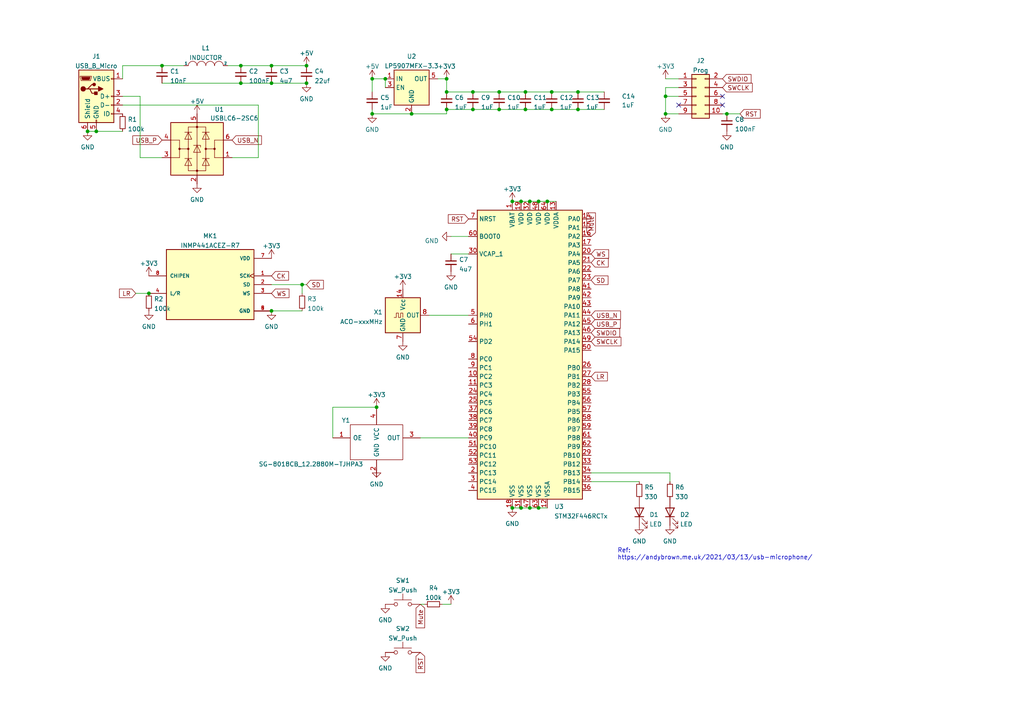
<source format=kicad_sch>
(kicad_sch (version 20211123) (generator eeschema)
  (paper "A4")
  (lib_symbols
    (symbol "Connector:USB_B_Micro" (pin_names (offset 1.016))
      (property "Reference" "J" (at -5.08 11.43 0))
      (property "Value" "USB_B_Micro" (at -5.08 8.89 0))
      (symbol "USB_B_Micro_0_1"
        (rectangle (start -5.08 -7.62) (end 5.08 7.62) (stroke (width 0.254)) (fill (type background)))
        (circle (center -3.81 2.159) (radius 0.635) (stroke (width 0.254)) (fill (type outline)))
        (circle (center -0.635 3.429) (radius 0.381) (stroke (width 0.254)) (fill (type outline)))
        (rectangle (start -0.127 -7.62) (end 0.127 -6.858))
        (polyline (pts (xy -1.905 2.159) (xy 0.635 2.159)) (stroke (width 0.254)))
        (polyline (pts (xy -3.175 2.159) (xy -2.54 2.159) (xy -1.27 3.429) (xy -0.635 3.429)) (stroke (width 0.254)))
        (polyline (pts (xy -2.54 2.159) (xy -1.905 2.159) (xy -1.27 0.889) (xy 0 0.889)) (stroke (width 0.254)))
        (polyline (pts (xy 0.635 2.794) (xy 0.635 1.524) (xy 1.905 2.159) (xy 0.635 2.794)) (stroke (width 0.254)) (fill (type outline)))
        (polyline (pts (xy -4.318 5.588) (xy -1.778 5.588) (xy -2.032 4.826) (xy -4.064 4.826) (xy -4.318 5.588)) (fill (type outline)))
        (polyline (pts (xy -4.699 5.842) (xy -4.699 5.588) (xy -4.445 4.826) (xy -4.445 4.572) (xy -1.651 4.572) (xy -1.651 4.826) (xy -1.397 5.588) (xy -1.397 5.842) (xy -4.699 5.842)))
        (rectangle (start 0.254 1.27) (end -0.508 0.508) (stroke (width 0.254)) (fill (type outline)))
        (rectangle (start 5.08 -5.207) (end 4.318 -4.953))
        (rectangle (start 5.08 -2.667) (end 4.318 -2.413))
        (rectangle (start 5.08 -0.127) (end 4.318 0.127))
        (rectangle (start 5.08 4.953) (end 4.318 5.207))
      )
      (symbol "USB_B_Micro_1_1"
        (pin power_out line (at 7.62 5.08 180) (length 2.54) (name "VBUS") (number "1"))
        (pin bidirectional line (at 7.62 -2.54 180) (length 2.54) (name "D-") (number "2"))
        (pin bidirectional line (at 7.62 0 180) (length 2.54) (name "D+") (number "3"))
        (pin passive line (at 7.62 -5.08 180) (length 2.54) (name "ID") (number "4"))
        (pin power_out line (at 0 -10.16 90) (length 2.54) (name "GND") (number "5"))
        (pin passive line (at -2.54 -10.16 90) (length 2.54) (name "Shield") (number "6"))
      )
    )
    (symbol "Connector_Generic:Conn_02x05_Odd_Even" (pin_names (offset 1.016) hide)
      (property "Reference" "J" (at 1.27 7.62 0))
      (property "Value" "Conn_02x05_Odd_Even" (at 1.27 -7.62 0))
      (symbol "Conn_02x05_Odd_Even_1_1"
        (rectangle (start -1.27 -4.953) (end 0 -5.207) (stroke (width 0.1524)))
        (rectangle (start -1.27 -2.413) (end 0 -2.667) (stroke (width 0.1524)))
        (rectangle (start -1.27 0.127) (end 0 -0.127) (stroke (width 0.1524)))
        (rectangle (start -1.27 2.667) (end 0 2.413) (stroke (width 0.1524)))
        (rectangle (start -1.27 5.207) (end 0 4.953) (stroke (width 0.1524)))
        (rectangle (start -1.27 6.35) (end 3.81 -6.35) (stroke (width 0.254)) (fill (type background)))
        (rectangle (start 3.81 -4.953) (end 2.54 -5.207) (stroke (width 0.1524)))
        (rectangle (start 3.81 -2.413) (end 2.54 -2.667) (stroke (width 0.1524)))
        (rectangle (start 3.81 0.127) (end 2.54 -0.127) (stroke (width 0.1524)))
        (rectangle (start 3.81 2.667) (end 2.54 2.413) (stroke (width 0.1524)))
        (rectangle (start 3.81 5.207) (end 2.54 4.953) (stroke (width 0.1524)))
        (pin passive line (at -5.08 5.08 0) (length 3.81) (name "Pin_1") (number "1"))
        (pin passive line (at 7.62 -5.08 180) (length 3.81) (name "Pin_10") (number "10"))
        (pin passive line (at 7.62 5.08 180) (length 3.81) (name "Pin_2") (number "2"))
        (pin passive line (at -5.08 2.54 0) (length 3.81) (name "Pin_3") (number "3"))
        (pin passive line (at 7.62 2.54 180) (length 3.81) (name "Pin_4") (number "4"))
        (pin passive line (at -5.08 0 0) (length 3.81) (name "Pin_5") (number "5"))
        (pin passive line (at 7.62 0 180) (length 3.81) (name "Pin_6") (number "6"))
        (pin passive line (at -5.08 -2.54 0) (length 3.81) (name "Pin_7") (number "7"))
        (pin passive line (at 7.62 -2.54 180) (length 3.81) (name "Pin_8") (number "8"))
        (pin passive line (at -5.08 -5.08 0) (length 3.81) (name "Pin_9") (number "9"))
      )
    )
    (symbol "Device:C_Small" (pin_numbers hide) (pin_names (offset 0.254) hide)
      (property "Reference" "C" (at 0.254 1.778 0))
      (property "Value" "C_Small" (at 0.254 -2.032 0))
      (symbol "C_Small_0_1"
        (polyline (pts (xy -1.524 -0.508) (xy 1.524 -0.508)) (stroke (width 0.3302)))
        (polyline (pts (xy -1.524 0.508) (xy 1.524 0.508)) (stroke (width 0.3048)))
      )
      (symbol "C_Small_1_1"
        (pin passive line (at 0 2.54 270) (length 2.032) (name "~") (number "1"))
        (pin passive line (at 0 -2.54 90) (length 2.032) (name "~") (number "2"))
      )
    )
    (symbol "Device:LED" (pin_numbers hide) (pin_names (offset 1.016) hide)
      (property "Reference" "D" (at 0 2.54 0))
      (property "Value" "LED" (at 0 -2.54 0))
      (symbol "LED_0_1"
        (polyline (pts (xy -1.27 -1.27) (xy -1.27 1.27)) (stroke (width 0.254)))
        (polyline (pts (xy -1.27 0) (xy 1.27 0)))
        (polyline (pts (xy 1.27 -1.27) (xy 1.27 1.27) (xy -1.27 0) (xy 1.27 -1.27)) (stroke (width 0.254)))
        (polyline (pts (xy -3.048 -0.762) (xy -4.572 -2.286) (xy -3.81 -2.286) (xy -4.572 -2.286) (xy -4.572 -1.524)))
        (polyline (pts (xy -1.778 -0.762) (xy -3.302 -2.286) (xy -2.54 -2.286) (xy -3.302 -2.286) (xy -3.302 -1.524)))
      )
      (symbol "LED_1_1"
        (pin passive line (at -3.81 0 0) (length 2.54) (name "K") (number "1"))
        (pin passive line (at 3.81 0 180) (length 2.54) (name "A") (number "2"))
      )
    )
    (symbol "Device:R_Small" (pin_numbers hide) (pin_names (offset 0.254) hide)
      (property "Reference" "R" (at 0.762 0.508 0))
      (property "Value" "R_Small" (at 0.762 -1.016 0))
      (symbol "R_Small_0_1"
        (rectangle (start -0.762 1.778) (end 0.762 -1.778) (stroke (width 0.2032)))
      )
      (symbol "R_Small_1_1"
        (pin passive line (at 0 2.54 270) (length 0.762) (name "~") (number "1"))
        (pin passive line (at 0 -2.54 90) (length 0.762) (name "~") (number "2"))
      )
    )
    (symbol "INMP441ACEZ-R7:INMP441ACEZ-R7" (pin_names (offset 1.016))
      (property "Reference" "MK" (at -12.7 10.795 0))
      (property "Value" "INMP441ACEZ-R7" (at -12.7 -12.7 0))
      (symbol "INMP441ACEZ-R7_0_0"
        (rectangle (start -12.7 -10.16) (end 12.7 10.16) (stroke (width 0.254)) (fill (type background)))
        (pin input clock (at 17.78 2.54 180) (length 5.08) (name "SCK") (number "1"))
        (pin output line (at 17.78 0 180) (length 5.08) (name "SD") (number "2"))
        (pin input line (at 17.78 -2.54 180) (length 5.08) (name "WS") (number "3"))
        (pin input line (at -17.78 -2.54 0) (length 5.08) (name "L/R") (number "4"))
        (pin power_in line (at 17.78 -7.62 180) (length 5.08) (name "GND") (number "5"))
        (pin power_in line (at 17.78 -7.62 180) (length 5.08) (name "GND") (number "6"))
        (pin power_in line (at 17.78 7.62 180) (length 5.08) (name "VDD") (number "7"))
        (pin input line (at -17.78 2.54 0) (length 5.08) (name "CHIPEN") (number "8"))
        (pin power_in line (at 17.78 -7.62 180) (length 5.08) (name "GND") (number "9"))
      )
    )
    (symbol "MCU_ST_STM32F4:STM32F446RCTx"
      (property "Reference" "U" (at -15.24 41.91 0))
      (property "Value" "STM32F446RCTx" (at 10.16 41.91 0))
      (symbol "STM32F446RCTx_0_1"
        (rectangle (start -15.24 -43.18) (end 15.24 40.64) (stroke (width 0.254)) (fill (type background)))
      )
      (symbol "STM32F446RCTx_1_1"
        (pin power_in line (at -5.08 43.18 270) (length 2.54) (name "VBAT") (number "1"))
        (pin bidirectional line (at -17.78 -7.62 0) (length 2.54) (name "PC2") (number "10"))
        (pin bidirectional line (at -17.78 -10.16 0) (length 2.54) (name "PC3") (number "11"))
        (pin power_in line (at 5.08 -45.72 90) (length 2.54) (name "VSSA") (number "12"))
        (pin power_in line (at 7.62 43.18 270) (length 2.54) (name "VDDA") (number "13"))
        (pin bidirectional line (at 17.78 38.1 180) (length 2.54) (name "PA0") (number "14"))
        (pin bidirectional line (at 17.78 35.56 180) (length 2.54) (name "PA1") (number "15"))
        (pin bidirectional line (at 17.78 33.02 180) (length 2.54) (name "PA2") (number "16"))
        (pin bidirectional line (at 17.78 30.48 180) (length 2.54) (name "PA3") (number "17"))
        (pin power_in line (at -5.08 -45.72 90) (length 2.54) (name "VSS") (number "18"))
        (pin power_in line (at -2.54 43.18 270) (length 2.54) (name "VDD") (number "19"))
        (pin bidirectional line (at -17.78 -35.56 0) (length 2.54) (name "PC13") (number "2"))
        (pin bidirectional line (at 17.78 27.94 180) (length 2.54) (name "PA4") (number "20"))
        (pin bidirectional line (at 17.78 25.4 180) (length 2.54) (name "PA5") (number "21"))
        (pin bidirectional line (at 17.78 22.86 180) (length 2.54) (name "PA6") (number "22"))
        (pin bidirectional line (at 17.78 20.32 180) (length 2.54) (name "PA7") (number "23"))
        (pin bidirectional line (at -17.78 -12.7 0) (length 2.54) (name "PC4") (number "24"))
        (pin bidirectional line (at -17.78 -15.24 0) (length 2.54) (name "PC5") (number "25"))
        (pin bidirectional line (at 17.78 -5.08 180) (length 2.54) (name "PB0") (number "26"))
        (pin bidirectional line (at 17.78 -7.62 180) (length 2.54) (name "PB1") (number "27"))
        (pin bidirectional line (at 17.78 -10.16 180) (length 2.54) (name "PB2") (number "28"))
        (pin bidirectional line (at 17.78 -30.48 180) (length 2.54) (name "PB10") (number "29"))
        (pin bidirectional line (at -17.78 -38.1 0) (length 2.54) (name "PC14") (number "3"))
        (pin power_in line (at -17.78 27.94 0) (length 2.54) (name "VCAP_1") (number "30"))
        (pin power_in line (at -2.54 -45.72 90) (length 2.54) (name "VSS") (number "31"))
        (pin power_in line (at 0 43.18 270) (length 2.54) (name "VDD") (number "32"))
        (pin bidirectional line (at 17.78 -33.02 180) (length 2.54) (name "PB12") (number "33"))
        (pin bidirectional line (at 17.78 -35.56 180) (length 2.54) (name "PB13") (number "34"))
        (pin bidirectional line (at 17.78 -38.1 180) (length 2.54) (name "PB14") (number "35"))
        (pin bidirectional line (at 17.78 -40.64 180) (length 2.54) (name "PB15") (number "36"))
        (pin bidirectional line (at -17.78 -17.78 0) (length 2.54) (name "PC6") (number "37"))
        (pin bidirectional line (at -17.78 -20.32 0) (length 2.54) (name "PC7") (number "38"))
        (pin bidirectional line (at -17.78 -22.86 0) (length 2.54) (name "PC8") (number "39"))
        (pin bidirectional line (at -17.78 -40.64 0) (length 2.54) (name "PC15") (number "4"))
        (pin bidirectional line (at -17.78 -25.4 0) (length 2.54) (name "PC9") (number "40"))
        (pin bidirectional line (at 17.78 17.78 180) (length 2.54) (name "PA8") (number "41"))
        (pin bidirectional line (at 17.78 15.24 180) (length 2.54) (name "PA9") (number "42"))
        (pin bidirectional line (at 17.78 12.7 180) (length 2.54) (name "PA10") (number "43"))
        (pin bidirectional line (at 17.78 10.16 180) (length 2.54) (name "PA11") (number "44"))
        (pin bidirectional line (at 17.78 7.62 180) (length 2.54) (name "PA12") (number "45"))
        (pin bidirectional line (at 17.78 5.08 180) (length 2.54) (name "PA13") (number "46"))
        (pin power_in line (at 0 -45.72 90) (length 2.54) (name "VSS") (number "47"))
        (pin power_in line (at 2.54 43.18 270) (length 2.54) (name "VDD") (number "48"))
        (pin bidirectional line (at 17.78 2.54 180) (length 2.54) (name "PA14") (number "49"))
        (pin input line (at -17.78 10.16 0) (length 2.54) (name "PH0") (number "5"))
        (pin bidirectional line (at 17.78 0 180) (length 2.54) (name "PA15") (number "50"))
        (pin bidirectional line (at -17.78 -27.94 0) (length 2.54) (name "PC10") (number "51"))
        (pin bidirectional line (at -17.78 -30.48 0) (length 2.54) (name "PC11") (number "52"))
        (pin bidirectional line (at -17.78 -33.02 0) (length 2.54) (name "PC12") (number "53"))
        (pin bidirectional line (at -17.78 2.54 0) (length 2.54) (name "PD2") (number "54"))
        (pin bidirectional line (at 17.78 -12.7 180) (length 2.54) (name "PB3") (number "55"))
        (pin bidirectional line (at 17.78 -15.24 180) (length 2.54) (name "PB4") (number "56"))
        (pin bidirectional line (at 17.78 -17.78 180) (length 2.54) (name "PB5") (number "57"))
        (pin bidirectional line (at 17.78 -20.32 180) (length 2.54) (name "PB6") (number "58"))
        (pin bidirectional line (at 17.78 -22.86 180) (length 2.54) (name "PB7") (number "59"))
        (pin input line (at -17.78 7.62 0) (length 2.54) (name "PH1") (number "6"))
        (pin input line (at -17.78 33.02 0) (length 2.54) (name "BOOT0") (number "60"))
        (pin bidirectional line (at 17.78 -25.4 180) (length 2.54) (name "PB8") (number "61"))
        (pin bidirectional line (at 17.78 -27.94 180) (length 2.54) (name "PB9") (number "62"))
        (pin power_in line (at 2.54 -45.72 90) (length 2.54) (name "VSS") (number "63"))
        (pin power_in line (at 5.08 43.18 270) (length 2.54) (name "VDD") (number "64"))
        (pin input line (at -17.78 38.1 0) (length 2.54) (name "NRST") (number "7"))
        (pin bidirectional line (at -17.78 -2.54 0) (length 2.54) (name "PC0") (number "8"))
        (pin bidirectional line (at -17.78 -5.08 0) (length 2.54) (name "PC1") (number "9"))
      )
    )
    (symbol "Oscillator:ACO-xxxMHz" (pin_names (offset 0.254))
      (property "Reference" "X" (at -5.08 6.35 0))
      (property "Value" "ACO-xxxMHz" (at 1.27 -6.35 0))
      (symbol "ACO-xxxMHz_0_1"
        (rectangle (start -5.08 5.08) (end 5.08 -5.08) (stroke (width 0.254)) (fill (type background)))
        (polyline (pts (xy -2.54 -0.635) (xy -1.905 -0.635) (xy -1.905 0.635) (xy -1.27 0.635) (xy -1.27 -0.635) (xy -0.635 -0.635) (xy -0.635 0.635) (xy 0 0.635) (xy 0 -0.635)))
      )
      (symbol "ACO-xxxMHz_1_1"
        (pin no_connect line (at -7.62 0 0) (length 2.54) hide (name "NC") (number "1"))
        (pin power_in line (at 0 7.62 270) (length 2.54) (name "Vcc") (number "14"))
        (pin power_in line (at 0 -7.62 90) (length 2.54) (name "GND") (number "7"))
        (pin output line (at 7.62 0 180) (length 2.54) (name "OUT") (number "8"))
      )
    )
    (symbol "Power_Protection:USBLC6-2SC6" (pin_names hide)
      (property "Reference" "U" (at 2.54 8.89 0))
      (property "Value" "USBLC6-2SC6" (at 2.54 -8.89 0))
      (symbol "USBLC6-2SC6_0_1"
        (rectangle (start -7.62 -7.62) (end 7.62 7.62) (stroke (width 0.254)) (fill (type background)))
        (circle (center -5.08 0) (radius 0.254) (fill (type outline)))
        (circle (center -2.54 0) (radius 0.254) (fill (type outline)))
        (rectangle (start -2.54 6.35) (end 2.54 -6.35))
        (circle (center 0 -6.35) (radius 0.254) (fill (type outline)))
        (polyline (pts (xy -5.08 -2.54) (xy -7.62 -2.54)))
        (polyline (pts (xy -5.08 0) (xy -5.08 -2.54)))
        (polyline (pts (xy -5.08 2.54) (xy -7.62 2.54)))
        (polyline (pts (xy -1.524 -2.794) (xy -3.556 -2.794)))
        (polyline (pts (xy -1.524 4.826) (xy -3.556 4.826)))
        (polyline (pts (xy 0 -7.62) (xy 0 -6.35)))
        (polyline (pts (xy 0 -6.35) (xy 0 1.27)))
        (polyline (pts (xy 0 1.27) (xy 0 6.35)))
        (polyline (pts (xy 0 6.35) (xy 0 7.62)))
        (polyline (pts (xy 1.524 -2.794) (xy 3.556 -2.794)))
        (polyline (pts (xy 1.524 4.826) (xy 3.556 4.826)))
        (polyline (pts (xy 5.08 -2.54) (xy 7.62 -2.54)))
        (polyline (pts (xy 5.08 0) (xy 5.08 -2.54)))
        (polyline (pts (xy 5.08 2.54) (xy 7.62 2.54)))
        (polyline (pts (xy -2.54 0) (xy -5.08 0) (xy -5.08 2.54)))
        (polyline (pts (xy 2.54 0) (xy 5.08 0) (xy 5.08 2.54)))
        (polyline (pts (xy -3.556 -4.826) (xy -1.524 -4.826) (xy -2.54 -2.794) (xy -3.556 -4.826)))
        (polyline (pts (xy -3.556 2.794) (xy -1.524 2.794) (xy -2.54 4.826) (xy -3.556 2.794)))
        (polyline (pts (xy -1.016 -1.016) (xy 1.016 -1.016) (xy 0 1.016) (xy -1.016 -1.016)))
        (polyline (pts (xy 1.016 1.016) (xy 0.762 1.016) (xy -1.016 1.016) (xy -1.016 0.508)))
        (polyline (pts (xy 3.556 -4.826) (xy 1.524 -4.826) (xy 2.54 -2.794) (xy 3.556 -4.826)))
        (polyline (pts (xy 3.556 2.794) (xy 1.524 2.794) (xy 2.54 4.826) (xy 3.556 2.794)))
        (circle (center 0 6.35) (radius 0.254) (fill (type outline)))
        (circle (center 2.54 0) (radius 0.254) (fill (type outline)))
        (circle (center 5.08 0) (radius 0.254) (fill (type outline)))
      )
      (symbol "USBLC6-2SC6_1_1"
        (pin passive line (at -10.16 -2.54 0) (length 2.54) (name "I/O1") (number "1"))
        (pin passive line (at 0 -10.16 90) (length 2.54) (name "GND") (number "2"))
        (pin passive line (at 10.16 -2.54 180) (length 2.54) (name "I/O2") (number "3"))
        (pin passive line (at 10.16 2.54 180) (length 2.54) (name "I/O2") (number "4"))
        (pin passive line (at 0 10.16 270) (length 2.54) (name "VBUS") (number "5"))
        (pin passive line (at -10.16 2.54 0) (length 2.54) (name "I/O1") (number "6"))
      )
    )
    (symbol "Regulator_Linear:LP5907MFX-3.3"
      (property "Reference" "U" (at -3.81 6.35 0))
      (property "Value" "LP5907MFX-3.3" (at 6.35 6.35 0))
      (symbol "LP5907MFX-3.3_0_1"
        (rectangle (start -5.08 -5.08) (end 5.08 5.08) (stroke (width 0.254)) (fill (type background)))
        (pin power_in line (at -7.62 2.54 0) (length 2.54) (name "IN") (number "1"))
        (pin power_in line (at 0 -7.62 90) (length 2.54) (name "GND") (number "2"))
        (pin input line (at -7.62 0 0) (length 2.54) (name "EN") (number "3"))
        (pin no_connect line (at 5.08 0 180) (length 2.54) hide (name "NC") (number "4"))
        (pin power_out line (at 7.62 2.54 180) (length 2.54) (name "OUT") (number "5"))
      )
    )
    (symbol "SamacSys_Parts:SG-8018CB_12.2880M-TJHPA3" (pin_names (offset 0.762))
      (property "Reference" "Y" (at 21.59 7.62 0))
      (property "Value" "SG-8018CB_12.2880M-TJHPA3" (at 21.59 5.08 0))
      (symbol "SG-8018CB_12.2880M-TJHPA3_0_0"
        (pin passive line (at 0 -1.27 0) (length 5.08) (name "OE") (number "1"))
        (pin passive line (at 12.7 -12.7 90) (length 5.08) (name "GND") (number "2"))
        (pin passive line (at 25.4 -1.27 180) (length 5.08) (name "OUT") (number "3"))
        (pin passive line (at 12.7 7.62 270) (length 5.08) (name "VCC") (number "4"))
      )
      (symbol "SG-8018CB_12.2880M-TJHPA3_0_1"
        (rectangle (start 5.08 2.54) (end 20.32 -7.62) (stroke (width 0.1524)))
      )
    )
    (symbol "Switch:SW_Push" (pin_numbers hide) (pin_names (offset 1.016) hide)
      (property "Reference" "SW" (at 1.27 2.54 0))
      (property "Value" "SW_Push" (at 0 -1.524 0))
      (symbol "SW_Push_0_1"
        (circle (center -2.032 0) (radius 0.508))
        (polyline (pts (xy 0 1.27) (xy 0 3.048)))
        (polyline (pts (xy 2.54 1.27) (xy -2.54 1.27)))
        (circle (center 2.032 0) (radius 0.508))
        (pin passive line (at -5.08 0 0) (length 2.54) (name "1") (number "1"))
        (pin passive line (at 5.08 0 180) (length 2.54) (name "2") (number "2"))
      )
    )
    (symbol "power:+3.3V" (power) (pin_names (offset 0))
      (property "Value" "+3.3V" (at 0 3.556 0))
      (symbol "+3.3V_0_1"
        (polyline (pts (xy -0.762 1.27) (xy 0 2.54)))
        (polyline (pts (xy 0 0) (xy 0 2.54)))
        (polyline (pts (xy 0 2.54) (xy 0.762 1.27)))
      )
      (symbol "+3.3V_1_1"
        (pin power_in line (at 0 0 90) (length 0) hide (name "+3V3") (number "1"))
      )
    )
    (symbol "power:+5V" (power) (pin_names (offset 0))
      (property "Value" "+5V" (at 0 3.556 0))
      (symbol "+5V_0_1"
        (polyline (pts (xy -0.762 1.27) (xy 0 2.54)))
        (polyline (pts (xy 0 0) (xy 0 2.54)))
        (polyline (pts (xy 0 2.54) (xy 0.762 1.27)))
      )
      (symbol "+5V_1_1"
        (pin power_in line (at 0 0 90) (length 0) hide (name "+5V") (number "1"))
      )
    )
    (symbol "power:GND" (power) (pin_names (offset 0))
      (property "Value" "GND" (at 0 -3.81 0))
      (symbol "GND_0_1"
        (polyline (pts (xy 0 0) (xy 0 -1.27) (xy 1.27 -1.27) (xy 0 -2.54) (xy -1.27 -1.27) (xy 0 -1.27)))
      )
      (symbol "GND_1_1"
        (pin power_in line (at 0 0 270) (length 0) hide (name "GND") (number "1"))
      )
    )
    (symbol "pspice:INDUCTOR" (pin_numbers hide) (pin_names (offset 0))
      (property "Reference" "L" (at 0 2.54 0))
      (property "Value" "INDUCTOR" (at 0 -1.27 0))
      (symbol "INDUCTOR_0_1"
        (arc (start -2.54 0) (mid -3.81 1.27) (end -5.08 0))
        (arc (start 0 0) (mid -1.27 1.27) (end -2.54 0))
        (arc (start 2.54 0) (mid 1.27 1.27) (end 0 0))
        (arc (start 5.08 0) (mid 3.81 1.27) (end 2.54 0))
      )
      (symbol "INDUCTOR_1_1"
        (pin input line (at -6.35 0 0) (length 1.27) (name "1") (number "1"))
        (pin input line (at 6.35 0 180) (length 1.27) (name "2") (number "2"))
      )
    )
  )
  (junction (at 109.22 118.11))
  (junction (at 160.02 31.75))
  (junction (at 153.67 147.32))
  (junction (at 137.16 31.75))
  (junction (at 148.59 58.42))
  (junction (at 152.4 26.67))
  (junction (at 193.04 33.02))
  (junction (at 151.13 58.42))
  (junction (at 87.63 82.55))
  (junction (at 88.9 24.13))
  (junction (at 129.54 26.67))
  (junction (at 27.94 38.1))
  (junction (at 167.64 26.67))
  (junction (at 129.54 22.86))
  (junction (at 156.21 147.32))
  (junction (at 43.18 85.09))
  (junction (at 160.02 26.67))
  (junction (at 144.78 26.67))
  (junction (at 69.85 19.05))
  (junction (at 148.59 147.32))
  (junction (at 119.38 33.02))
  (junction (at 88.9 19.05))
  (junction (at 153.67 58.42))
  (junction (at 78.74 90.17))
  (junction (at 151.13 147.32))
  (junction (at 78.74 24.13))
  (junction (at 144.78 31.75))
  (junction (at 69.85 24.13))
  (junction (at 156.21 58.42))
  (junction (at 167.64 31.75))
  (junction (at 46.99 19.05))
  (junction (at 25.4 38.1))
  (junction (at 152.4 31.75))
  (junction (at 210.82 33.02))
  (junction (at 158.75 58.42))
  (junction (at 111.76 22.86))
  (junction (at 137.16 26.67))
  (junction (at 107.95 33.02))
  (junction (at 107.95 22.86))
  (junction (at 78.74 19.05))
  (junction (at 129.54 31.75))
  (junction (at 193.04 27.94))
  (no_connect (at 209.55 27.94))
  (no_connect (at 209.55 30.48))
  (no_connect (at 196.85 30.48))
  (wire (pts (xy 129.54 33.02) (xy 119.38 33.02)))
  (wire (pts (xy 193.04 27.94) (xy 193.04 33.02)))
  (wire (pts (xy 87.63 82.55) (xy 88.9 82.55)))
  (wire (pts (xy 107.95 33.02) (xy 107.95 31.75)))
  (wire (pts (xy 39.37 85.09) (xy 43.18 85.09)))
  (wire (pts (xy 69.85 19.05) (xy 78.74 19.05)))
  (wire (pts (xy 66.04 19.05) (xy 69.85 19.05)))
  (wire (pts (xy 40.64 27.94) (xy 40.64 45.72)))
  (wire (pts (xy 78.74 19.05) (xy 88.9 19.05)))
  (wire (pts (xy 124.46 91.44) (xy 135.89 91.44)))
  (wire (pts (xy 107.95 22.86) (xy 111.76 22.86)))
  (wire (pts (xy 130.81 175.26) (xy 128.27 175.26)))
  (wire (pts (xy 193.04 33.02) (xy 196.85 33.02)))
  (wire (pts (xy 35.56 30.48) (xy 74.93 30.48)))
  (wire (pts (xy 74.93 45.72) (xy 67.31 45.72)))
  (wire (pts (xy 167.64 31.75) (xy 175.26 31.75)))
  (wire (pts (xy 46.99 19.05) (xy 53.34 19.05)))
  (wire (pts (xy 78.74 82.55) (xy 87.63 82.55)))
  (wire (pts (xy 193.04 25.4) (xy 193.04 27.94)))
  (wire (pts (xy 171.45 139.7) (xy 185.42 139.7)))
  (wire (pts (xy 153.67 58.42) (xy 156.21 58.42)))
  (wire (pts (xy 210.82 33.02) (xy 214.63 33.02)))
  (wire (pts (xy 129.54 31.75) (xy 129.54 33.02)))
  (wire (pts (xy 148.59 147.32) (xy 151.13 147.32)))
  (wire (pts (xy 35.56 19.05) (xy 35.56 22.86)))
  (wire (pts (xy 193.04 27.94) (xy 196.85 27.94)))
  (wire (pts (xy 137.16 26.67) (xy 144.78 26.67)))
  (wire (pts (xy 96.52 118.11) (xy 109.22 118.11)))
  (wire (pts (xy 78.74 24.13) (xy 88.9 24.13)))
  (wire (pts (xy 153.67 147.32) (xy 156.21 147.32)))
  (wire (pts (xy 209.55 33.02) (xy 210.82 33.02)))
  (wire (pts (xy 129.54 26.67) (xy 137.16 26.67)))
  (wire (pts (xy 160.02 31.75) (xy 167.64 31.75)))
  (wire (pts (xy 107.95 22.86) (xy 107.95 26.67)))
  (wire (pts (xy 151.13 147.32) (xy 153.67 147.32)))
  (wire (pts (xy 156.21 58.42) (xy 158.75 58.42)))
  (wire (pts (xy 46.99 19.05) (xy 35.56 19.05)))
  (wire (pts (xy 137.16 31.75) (xy 144.78 31.75)))
  (wire (pts (xy 130.81 73.66) (xy 135.89 73.66)))
  (wire (pts (xy 27.94 38.1) (xy 35.56 38.1)))
  (wire (pts (xy 152.4 26.67) (xy 160.02 26.67)))
  (wire (pts (xy 78.74 90.17) (xy 87.63 90.17)))
  (wire (pts (xy 123.19 175.26) (xy 121.92 175.26)))
  (wire (pts (xy 144.78 26.67) (xy 152.4 26.67)))
  (wire (pts (xy 111.76 22.86) (xy 111.76 25.4)))
  (wire (pts (xy 25.4 38.1) (xy 27.94 38.1)))
  (wire (pts (xy 40.64 45.72) (xy 46.99 45.72)))
  (wire (pts (xy 96.52 127) (xy 96.52 118.11)))
  (wire (pts (xy 129.54 31.75) (xy 137.16 31.75)))
  (wire (pts (xy 196.85 25.4) (xy 193.04 25.4)))
  (wire (pts (xy 193.04 22.86) (xy 196.85 22.86)))
  (wire (pts (xy 69.85 24.13) (xy 78.74 24.13)))
  (wire (pts (xy 151.13 58.42) (xy 153.67 58.42)))
  (wire (pts (xy 87.63 82.55) (xy 87.63 85.09)))
  (wire (pts (xy 158.75 58.42) (xy 161.29 58.42)))
  (wire (pts (xy 148.59 58.42) (xy 151.13 58.42)))
  (wire (pts (xy 35.56 27.94) (xy 40.64 27.94)))
  (wire (pts (xy 119.38 33.02) (xy 107.95 33.02)))
  (wire (pts (xy 121.92 127) (xy 135.89 127)))
  (wire (pts (xy 46.99 24.13) (xy 69.85 24.13)))
  (wire (pts (xy 129.54 22.86) (xy 127 22.86)))
  (wire (pts (xy 167.64 26.67) (xy 175.26 26.67)))
  (wire (pts (xy 160.02 26.67) (xy 167.64 26.67)))
  (wire (pts (xy 194.31 137.16) (xy 194.31 139.7)))
  (wire (pts (xy 130.81 68.58) (xy 135.89 68.58)))
  (wire (pts (xy 74.93 30.48) (xy 74.93 45.72)))
  (wire (pts (xy 152.4 31.75) (xy 160.02 31.75)))
  (wire (pts (xy 129.54 26.67) (xy 129.54 22.86)))
  (wire (pts (xy 171.45 137.16) (xy 194.31 137.16)))
  (wire (pts (xy 144.78 31.75) (xy 152.4 31.75)))
  (wire (pts (xy 156.21 147.32) (xy 158.75 147.32)))
  (text "Ref:\nhttps://andybrown.me.uk/2021/03/13/usb-microphone/" (at 179.07 162.56 0) (effects (font (size 1.27 1.27)) (justify left bottom)))
  (global_label "Mute" (shape input) (at 121.92 175.26 270) (property "Intersheet References" "${INTERSHEET_REFS}" (effects hide)))
  (global_label "USB_N" (shape input) (at 67.31 40.64 0) (property "Intersheet References" "${INTERSHEET_REFS}" (effects hide)))
  (global_label "SD" (shape input) (at 88.9 82.55 0) (property "Intersheet References" "${INTERSHEET_REFS}" (effects hide)))
  (global_label "CK" (shape input) (at 171.45 76.2 0) (property "Intersheet References" "${INTERSHEET_REFS}" (effects hide)))
  (global_label "LR" (shape input) (at 39.37 85.09 180) (property "Intersheet References" "${INTERSHEET_REFS}" (effects hide)))
  (global_label "LR" (shape input) (at 171.45 109.22 0) (property "Intersheet References" "${INTERSHEET_REFS}" (effects hide)))
  (global_label "WS" (shape input) (at 171.45 73.66 0) (property "Intersheet References" "${INTERSHEET_REFS}" (effects hide)))
  (global_label "SWCLK" (shape input) (at 209.55 25.4 0) (property "Intersheet References" "${INTERSHEET_REFS}" (effects hide)))
  (global_label "CK" (shape input) (at 78.74 80.01 0) (property "Intersheet References" "${INTERSHEET_REFS}" (effects hide)))
  (global_label "Mute" (shape input) (at 171.45 68.58 90) (property "Intersheet References" "${INTERSHEET_REFS}" (effects hide)))
  (global_label "SD" (shape input) (at 171.45 81.28 0) (property "Intersheet References" "${INTERSHEET_REFS}" (effects hide)))
  (global_label "SWCLK" (shape input) (at 171.45 99.06 0) (property "Intersheet References" "${INTERSHEET_REFS}" (effects hide)))
  (global_label "RST" (shape input) (at 121.92 189.23 270) (property "Intersheet References" "${INTERSHEET_REFS}" (effects hide)))
  (global_label "WS" (shape input) (at 78.74 85.09 0) (property "Intersheet References" "${INTERSHEET_REFS}" (effects hide)))
  (global_label "USB_P" (shape input) (at 171.45 93.98 0) (property "Intersheet References" "${INTERSHEET_REFS}" (effects hide)))
  (global_label "USB_P" (shape input) (at 46.99 40.64 180) (property "Intersheet References" "${INTERSHEET_REFS}" (effects hide)))
  (global_label "RST" (shape input) (at 214.63 33.02 0) (property "Intersheet References" "${INTERSHEET_REFS}" (effects hide)))
  (global_label "RST" (shape input) (at 135.89 63.5 180) (property "Intersheet References" "${INTERSHEET_REFS}" (effects hide)))
  (global_label "SWDIO" (shape input) (at 171.45 96.52 0) (property "Intersheet References" "${INTERSHEET_REFS}" (effects hide)))
  (global_label "USB_N" (shape input) (at 171.45 91.44 0) (property "Intersheet References" "${INTERSHEET_REFS}" (effects hide)))
  (global_label "SWDIO" (shape input) (at 209.55 22.86 0) (property "Intersheet References" "${INTERSHEET_REFS}" (effects hide)))
  (symbol (lib_id "Device:R_Small") (at 185.42 142.24 0) (unit 1)
    (property "Reference" "R5" (at 186.9186 141.3315 0) (effects (justify left)))
    (property "Value" "330" (at 186.9186 144.1066 0) (effects (justify left)))
    (property "Footprint" "Resistor_SMD:R_0603_1608Metric" (effects hide))
  )
  (symbol (lib_id "Device:C_Small") (at 152.4 29.21 0) (unit 1)
    (property "Reference" "C11" (at 154.7241 28.3078 0) (effects (justify left)))
    (property "Value" "1uF" (at 154.7241 31.0829 0) (effects (justify left)))
    (property "Footprint" "Capacitor_SMD:C_0603_1608Metric" (effects hide))
  )
  (symbol (lib_id "Device:C_Small") (at 210.82 35.56 0) (unit 1)
    (property "Reference" "C8" (at 213.1441 34.6578 0) (effects (justify left)))
    (property "Value" "100nF" (at 213.1441 37.4329 0) (effects (justify left)))
    (property "Footprint" "Capacitor_SMD:C_0603_1608Metric" (effects hide))
  )
  (symbol (lib_id "power:GND") (at 111.76 189.23 0) (unit 1)
    (property "Reference" "#PWR0120" (effects hide))
    (property "Value" "GND" (at 111.76 193.7925 0))
  )
  (symbol (lib_id "Power_Protection:USBLC6-2SC6") (at 57.15 43.18 0) (mirror y) (unit 1)
    (property "Reference" "U1" (at 62.23 31.75 0) (effects (justify right)))
    (property "Value" "USBLC6-2SC6" (at 60.96 34.29 0) (effects (justify right)))
    (property "Footprint" "Package_TO_SOT_SMD:SOT-23-6" (effects hide))
    (property "Datasheet" "https://www.st.com/resource/en/datasheet/usblc6-2.pdf" (effects hide))
  )
  (symbol (lib_id "power:+3.3V") (at 130.81 175.26 0) (unit 1)
    (property "Reference" "#PWR0121" (effects hide))
    (property "Value" "+3.3V" (at 130.81 171.6555 0))
  )
  (symbol (lib_id "power:GND") (at 148.59 147.32 0) (unit 1)
    (property "Reference" "#PWR0118" (effects hide))
    (property "Value" "GND" (at 148.59 151.8825 0))
  )
  (symbol (lib_id "Device:R_Small") (at 87.63 87.63 0) (unit 1)
    (property "Reference" "R3" (at 89.1286 86.7215 0) (effects (justify left)))
    (property "Value" "100k" (at 89.1286 89.4966 0) (effects (justify left)))
    (property "Footprint" "Resistor_SMD:R_0603_1608Metric" (effects hide))
  )
  (symbol (lib_id "power:+3.3V") (at 116.84 83.82 0) (unit 1)
    (property "Reference" "#PWR0125" (effects hide))
    (property "Value" "+3.3V" (at 116.84 80.2155 0))
  )
  (symbol (lib_id "power:GND") (at 57.15 53.34 0) (unit 1)
    (property "Reference" "#PWR0103" (effects hide))
    (property "Value" "GND" (at 57.15 57.9025 0))
  )
  (symbol (lib_id "Device:C_Small") (at 129.54 29.21 0) (unit 1)
    (property "Reference" "C6" (at 131.8641 28.3078 0) (effects (justify left)))
    (property "Value" "1uF" (at 131.8641 31.0829 0) (effects (justify left)))
    (property "Footprint" "Capacitor_SMD:C_0603_1608Metric" (effects hide))
  )
  (symbol (lib_id "power:GND") (at 185.42 152.4 0) (unit 1)
    (property "Reference" "#PWR0127" (effects hide))
    (property "Value" "GND" (at 185.42 156.9625 0))
  )
  (symbol (lib_id "Device:C_Small") (at 69.85 21.59 0) (unit 1)
    (property "Reference" "C2" (at 72.1741 20.6878 0) (effects (justify left)))
    (property "Value" "100nF" (at 72.1741 23.4629 0) (effects (justify left)))
    (property "Footprint" "Capacitor_SMD:C_0603_1608Metric" (effects hide))
  )
  (symbol (lib_id "power:GND") (at 130.81 78.74 0) (unit 1)
    (property "Reference" "#PWR0116" (effects hide))
    (property "Value" "GND" (at 130.81 83.3025 0))
  )
  (symbol (lib_id "Switch:SW_Push") (at 116.84 189.23 0) (unit 1)
    (property "Reference" "SW2" (at 116.84 182.3425 0))
    (property "Value" "SW_Push" (at 116.84 185.1176 0))
    (property "Footprint" "Button_Switch_SMD:SW_SPST_B3SL-1002P" (effects hide))
  )
  (symbol (lib_id "power:+3.3V") (at 43.18 80.01 0) (unit 1)
    (property "Reference" "#PWR0101" (effects hide))
    (property "Value" "+3.3V" (at 43.18 76.4055 0))
  )
  (symbol (lib_id "power:GND") (at 107.95 33.02 0) (unit 1)
    (property "Reference" "#PWR0126" (effects hide))
    (property "Value" "GND" (at 107.95 37.5825 0))
  )
  (symbol (lib_id "Device:C_Small") (at 130.81 76.2 0) (unit 1)
    (property "Reference" "C7" (at 133.1341 75.2978 0) (effects (justify left)))
    (property "Value" "4u7" (at 133.1341 78.0729 0) (effects (justify left)))
    (property "Footprint" "Capacitor_SMD:C_0603_1608Metric" (effects hide))
  )
  (symbol (lib_id "MCU_ST_STM32F4:STM32F446RCTx") (at 153.67 101.6 0) (unit 1)
    (property "Reference" "U3" (at 160.7694 146.9295 0) (effects (justify left)))
    (property "Value" "STM32F446RCTx" (at 160.7694 149.7046 0) (effects (justify left)))
    (property "Footprint" "Package_QFP:LQFP-64_10x10mm_P0.5mm" (effects hide))
    (property "Datasheet" "http://www.st.com/st-web-ui/static/active/en/resource/technical/document/datasheet/DM00141306.pdf" (effects hide))
  )
  (symbol (lib_id "power:+5V") (at 57.15 33.02 0) (unit 1)
    (property "Reference" "#PWR0104" (effects hide))
    (property "Value" "+5V" (at 57.15 29.4155 0))
  )
  (symbol (lib_id "power:+3.3V") (at 109.22 118.11 0) (unit 1)
    (property "Reference" "#PWR0114" (effects hide))
    (property "Value" "+3.3V" (at 109.22 114.5055 0))
  )
  (symbol (lib_id "power:GND") (at 111.76 175.26 0) (unit 1)
    (property "Reference" "#PWR0119" (effects hide))
    (property "Value" "GND" (at 111.76 179.8225 0))
  )
  (symbol (lib_id "power:GND") (at 194.31 152.4 0) (unit 1)
    (property "Reference" "#PWR0128" (effects hide))
    (property "Value" "GND" (at 194.31 156.9625 0))
  )
  (symbol (lib_id "power:GND") (at 130.81 68.58 270) (unit 1)
    (property "Reference" "#PWR0113" (effects hide))
    (property "Value" "GND" (at 123.19 69.85 90) (effects (justify left)))
  )
  (symbol (lib_id "Device:LED") (at 194.31 148.59 90) (unit 1)
    (property "Reference" "D2" (at 197.231 149.269 90) (effects (justify right)))
    (property "Value" "LED" (at 197.231 152.0441 90) (effects (justify right)))
    (property "Footprint" "LED_SMD:LED_0805_2012Metric" (effects hide))
  )
  (symbol (lib_id "power:GND") (at 25.4 38.1 0) (unit 1)
    (property "Reference" "#PWR0105" (effects hide))
    (property "Value" "GND" (at 25.4 42.6625 0))
  )
  (symbol (lib_id "pspice:INDUCTOR") (at 59.69 19.05 0) (unit 1)
    (property "Reference" "L1" (at 59.69 13.9405 0))
    (property "Value" "INDUCTOR" (at 59.69 16.7156 0))
    (property "Footprint" "Inductor_SMD:L_0805_2012Metric" (effects hide))
  )
  (symbol (lib_id "Connector:USB_B_Micro") (at 27.94 27.94 0) (unit 1)
    (property "Reference" "J1" (at 27.94 16.3535 0))
    (property "Value" "USB_B_Micro" (at 27.94 19.1286 0))
    (property "Footprint" "Connector_USB:USB_Micro-B_Wuerth_629105150521" (effects hide))
  )
  (symbol (lib_id "Device:R_Small") (at 35.56 35.56 0) (unit 1)
    (property "Reference" "R1" (at 37.0586 34.6515 0) (effects (justify left)))
    (property "Value" "100k" (at 37.0586 37.4266 0) (effects (justify left)))
    (property "Footprint" "Resistor_SMD:R_0603_1608Metric" (effects hide))
  )
  (symbol (lib_id "power:GND") (at 109.22 135.89 0) (unit 1)
    (property "Reference" "#PWR0115" (effects hide))
    (property "Value" "GND" (at 109.22 140.4525 0))
  )
  (symbol (lib_id "Device:R_Small") (at 125.73 175.26 90) (unit 1)
    (property "Reference" "R4" (at 125.73 170.5569 90))
    (property "Value" "100k" (at 125.73 173.332 90))
    (property "Footprint" "Resistor_SMD:R_0603_1608Metric" (effects hide))
  )
  (symbol (lib_id "power:GND") (at 210.82 38.1 0) (unit 1)
    (property "Reference" "#PWR0112" (effects hide))
    (property "Value" "GND" (at 210.82 42.6625 0))
  )
  (symbol (lib_id "power:GND") (at 88.9 24.13 0) (unit 1)
    (property "Reference" "#PWR0123" (effects hide))
    (property "Value" "GND" (at 88.9 28.6925 0))
  )
  (symbol (lib_id "Device:C_Small") (at 137.16 29.21 0) (unit 1)
    (property "Reference" "C9" (at 139.4841 28.3078 0) (effects (justify left)))
    (property "Value" "1uF" (at 139.4841 31.0829 0) (effects (justify left)))
    (property "Footprint" "Capacitor_SMD:C_0603_1608Metric" (effects hide))
  )
  (symbol (lib_id "SamacSys_Parts:SG-8018CB_12.2880M-TJHPA3") (at 96.52 125.73 0) (unit 1)
    (property "Reference" "Y1" (at 100.33 121.92 0))
    (property "Value" "SG-8018CB_12.2880M-TJHPA3" (at 90.17 134.62 0))
    (property "Footprint" "SamacSys_Parts:SG8018CB122880MTJHPA3" (effects hide))
    (property "Datasheet" "https://www.mouser.se/datasheet/2/137/SG_8018CA_en-1649548.pdf" (effects hide))
    (property "Description" "Standard Clock Oscillators SG-8018CB 12.2880M-TJHPA3: MHZ OSC 1.8V 3.3V +/-50PPM -40 105C O/E 250TR" (effects hide))
    (property "Height" "1.1" (effects hide))
    (property "Manufacturer_Name" "Epson Timing" (effects hide))
    (property "Manufacturer_Part_Number" "SG-8018CB 12.2880M-TJHPA3" (effects hide))
  )
  (symbol (lib_id "power:GND") (at 193.04 33.02 0) (unit 1)
    (property "Reference" "#PWR0110" (effects hide))
    (property "Value" "GND" (at 193.04 37.5825 0))
  )
  (symbol (lib_id "power:+3.3V") (at 78.74 74.93 0) (unit 1)
    (property "Reference" "#PWR0107" (effects hide))
    (property "Value" "+3.3V" (at 78.74 71.3255 0))
  )
  (symbol (lib_id "power:+5V") (at 107.95 22.86 0) (unit 1)
    (property "Reference" "#PWR0122" (effects hide))
    (property "Value" "+5V" (at 107.95 19.2555 0))
  )
  (symbol (lib_id "Device:C_Small") (at 46.99 21.59 0) (unit 1)
    (property "Reference" "C1" (at 49.3141 20.6878 0) (effects (justify left)))
    (property "Value" "10nF" (at 49.3141 23.4629 0) (effects (justify left)))
    (property "Footprint" "Capacitor_SMD:C_0603_1608Metric" (effects hide))
  )
  (symbol (lib_id "Device:C_Small") (at 160.02 29.21 0) (unit 1)
    (property "Reference" "C12" (at 162.3441 28.3078 0) (effects (justify left)))
    (property "Value" "1uF" (at 162.3441 31.0829 0) (effects (justify left)))
    (property "Footprint" "Capacitor_SMD:C_0603_1608Metric" (effects hide))
  )
  (symbol (lib_id "power:+5V") (at 88.9 19.05 0) (unit 1)
    (property "Reference" "#PWR0124" (effects hide))
    (property "Value" "+5V" (at 88.9 15.4455 0))
  )
  (symbol (lib_id "Oscillator:ACO-xxxMHz") (at 116.84 91.44 0) (unit 1)
    (property "Reference" "X1" (at 110.9981 90.5315 0) (effects (justify right)))
    (property "Value" "ACO-xxxMHz" (at 110.9981 93.3066 0) (effects (justify right)))
    (property "Footprint" "Oscillator:Oscillator_DIP-14" (effects hide))
    (property "Datasheet" "http://www.conwin.com/datasheets/cx/cx030.pdf" (effects hide))
  )
  (symbol (lib_id "Device:C_Small") (at 144.78 29.21 0) (unit 1)
    (property "Reference" "C10" (at 147.1041 28.3078 0) (effects (justify left)))
    (property "Value" "1uF" (at 147.1041 31.0829 0) (effects (justify left)))
    (property "Footprint" "Capacitor_SMD:C_0603_1608Metric" (effects hide))
  )
  (symbol (lib_id "Device:C_Small") (at 167.64 29.21 0) (unit 1)
    (property "Reference" "C13" (at 169.9641 28.3078 0) (effects (justify left)))
    (property "Value" "1uF" (at 169.9641 31.0829 0) (effects (justify left)))
    (property "Footprint" "Capacitor_SMD:C_0603_1608Metric" (effects hide))
  )
  (symbol (lib_id "Device:R_Small") (at 43.18 87.63 0) (unit 1)
    (property "Reference" "R2" (at 44.6786 86.7215 0) (effects (justify left)))
    (property "Value" "100k" (at 44.6786 89.4966 0) (effects (justify left)))
    (property "Footprint" "Resistor_SMD:R_0603_1608Metric" (effects hide))
  )
  (symbol (lib_id "Device:C_Small") (at 107.95 29.21 0) (unit 1)
    (property "Reference" "C5" (at 110.2741 28.3078 0) (effects (justify left)))
    (property "Value" "1uF" (at 110.2741 31.0829 0) (effects (justify left)))
    (property "Footprint" "Capacitor_SMD:C_0603_1608Metric" (effects hide))
  )
  (symbol (lib_id "Device:C_Small") (at 78.74 21.59 0) (unit 1)
    (property "Reference" "C3" (at 81.0641 20.6878 0) (effects (justify left)))
    (property "Value" "4u7" (at 81.0641 23.4629 0) (effects (justify left)))
    (property "Footprint" "Capacitor_SMD:C_0603_1608Metric" (effects hide))
  )
  (symbol (lib_id "Device:LED") (at 185.42 148.59 90) (unit 1)
    (property "Reference" "D1" (at 188.341 149.269 90) (effects (justify right)))
    (property "Value" "LED" (at 188.341 152.0441 90) (effects (justify right)))
    (property "Footprint" "LED_SMD:LED_0805_2012Metric" (effects hide))
  )
  (symbol (lib_id "Connector_Generic:Conn_02x05_Odd_Even") (at 201.93 27.94 0) (unit 1)
    (property "Reference" "J2" (at 203.2 17.6235 0))
    (property "Value" "Prog" (at 203.2 20.3986 0))
    (property "Footprint" "Connector_PinHeader_1.27mm:PinHeader_2x05_P1.27mm_Vertical_SMD" (effects hide))
  )
  (symbol (lib_id "power:GND") (at 78.74 90.17 0) (unit 1)
    (property "Reference" "#PWR0106" (effects hide))
    (property "Value" "GND" (at 78.74 94.7325 0))
  )
  (symbol (lib_id "INMP441ACEZ-R7:INMP441ACEZ-R7") (at 60.96 82.55 0) (unit 1)
    (property "Reference" "MK1" (at 60.96 68.4235 0))
    (property "Value" "INMP441ACEZ-R7" (at 60.96 71.1986 0))
    (property "Footprint" "SnapEDA Library:MIC_INMP441ACEZ-R7" (effects hide))
    (property "MANUFACTURER" "TDK InvenSense" (effects hide))
    (property "PARTREV" "1.1" (effects hide))
    (property "STANDARD" "Manufacturer Recommendations" (effects hide))
    (property "MAXIMUM_PACKAGE_HEIGHT" "1.05 mm" (effects hide))
  )
  (symbol (lib_id "Switch:SW_Push") (at 116.84 175.26 0) (unit 1)
    (property "Reference" "SW1" (at 116.84 168.3725 0))
    (property "Value" "SW_Push" (at 116.84 171.1476 0))
    (property "Footprint" "Button_Switch_SMD:SW_SPST_B3SL-1002P" (effects hide))
  )
  (symbol (lib_id "power:+3.3V") (at 129.54 22.86 0) (unit 1)
    (property "Reference" "#PWR0109" (effects hide))
    (property "Value" "+3.3V" (at 129.54 19.2555 0))
  )
  (symbol (lib_id "power:+3.3V") (at 193.04 22.86 0) (unit 1)
    (property "Reference" "#PWR0111" (effects hide))
    (property "Value" "+3.3V" (at 193.04 19.2555 0))
  )
  (symbol (lib_id "Regulator_Linear:LP5907MFX-3.3") (at 119.38 25.4 0) (unit 1)
    (property "Reference" "U2" (at 119.38 16.3535 0))
    (property "Value" "LP5907MFX-3.3" (at 119.38 19.1286 0))
    (property "Footprint" "Package_TO_SOT_SMD:SOT-23-5" (effects hide))
    (property "Datasheet" "http://www.ti.com/lit/ds/symlink/lp5907.pdf" (effects hide))
  )
  (symbol (lib_id "power:+3.3V") (at 148.59 58.42 0) (unit 1)
    (property "Reference" "#PWR0108" (effects hide))
    (property "Value" "+3.3V" (at 148.59 54.8155 0))
  )
  (symbol (lib_id "Device:C_Small") (at 88.9 21.59 0) (unit 1)
    (property "Reference" "C4" (at 91.2241 20.6878 0) (effects (justify left)))
    (property "Value" "22uf" (at 91.2241 23.4629 0) (effects (justify left)))
    (property "Footprint" "Capacitor_SMD:C_0603_1608Metric" (effects hide))
  )
  (symbol (lib_id "Device:R_Small") (at 194.31 142.24 0) (unit 1)
    (property "Reference" "R6" (at 195.8086 141.3315 0) (effects (justify left)))
    (property "Value" "330" (at 195.8086 144.1066 0) (effects (justify left)))
    (property "Footprint" "Resistor_SMD:R_0603_1608Metric" (effects hide))
  )
  (symbol (lib_id "Device:C_Small") (at 175.26 29.21 0) (unit 1)
    (property "Reference" "C14" (at 180.34 27.94 0) (effects (justify left)))
    (property "Value" "1uF" (at 180.34 30.48 0) (effects (justify left)))
    (property "Footprint" "Capacitor_SMD:C_0603_1608Metric" (effects hide))
  )
  (symbol (lib_id "power:GND") (at 116.84 99.06 0) (unit 1)
    (property "Reference" "#PWR0117" (effects hide))
    (property "Value" "GND" (at 116.84 103.6225 0))
  )
  (symbol (lib_id "power:GND") (at 43.18 90.17 0) (unit 1)
    (property "Reference" "#PWR0102" (effects hide))
    (property "Value" "GND" (at 43.18 94.7325 0))
  )
)
</source>
